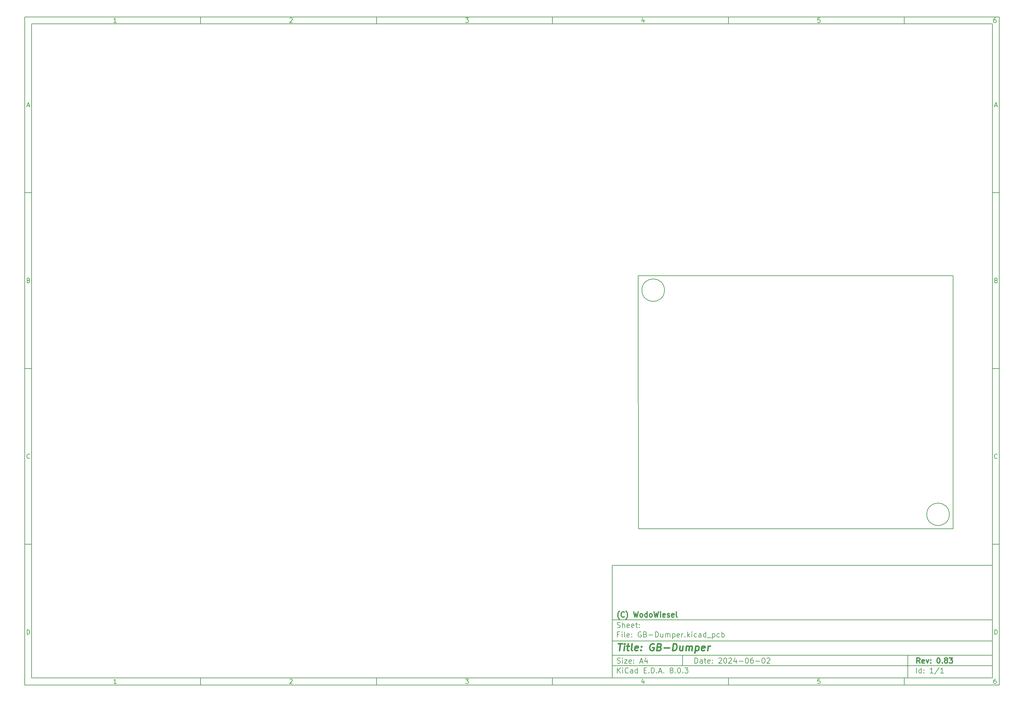
<source format=gbr>
%TF.GenerationSoftware,KiCad,Pcbnew,8.0.3*%
%TF.CreationDate,2024-06-28T19:00:12+02:00*%
%TF.ProjectId,GB-Dumper,47422d44-756d-4706-9572-2e6b69636164,0.83*%
%TF.SameCoordinates,PXafee930PY945b7e0*%
%TF.FileFunction,Other,Comment*%
%FSLAX46Y46*%
G04 Gerber Fmt 4.6, Leading zero omitted, Abs format (unit mm)*
G04 Created by KiCad (PCBNEW 8.0.3) date 2024-06-28 19:00:12*
%MOMM*%
%LPD*%
G01*
G04 APERTURE LIST*
%ADD10C,0.100000*%
%ADD11C,0.150000*%
%ADD12C,0.300000*%
%ADD13C,0.400000*%
%TA.AperFunction,Profile*%
%ADD14C,0.150000*%
%TD*%
G04 APERTURE END LIST*
D10*
D11*
X-7475800Y-10443200D02*
X100524200Y-10443200D01*
X100524200Y-42443200D01*
X-7475800Y-42443200D01*
X-7475800Y-10443200D01*
D10*
D11*
X-174478000Y145564000D02*
X102524200Y145564000D01*
X102524200Y-44443200D01*
X-174478000Y-44443200D01*
X-174478000Y145564000D01*
D10*
D11*
X-172478000Y143564000D02*
X100524200Y143564000D01*
X100524200Y-42443200D01*
X-172478000Y-42443200D01*
X-172478000Y143564000D01*
D10*
D11*
X-124478000Y143564000D02*
X-124478000Y145564000D01*
D10*
D11*
X-74478000Y143564000D02*
X-74478000Y145564000D01*
D10*
D11*
X-24478000Y143564000D02*
X-24478000Y145564000D01*
D10*
D11*
X25522000Y143564000D02*
X25522000Y145564000D01*
D10*
D11*
X75522000Y143564000D02*
X75522000Y145564000D01*
D10*
D11*
X-148388840Y143970396D02*
X-149131697Y143970396D01*
X-148760269Y143970396D02*
X-148760269Y145270396D01*
X-148760269Y145270396D02*
X-148884078Y145084681D01*
X-148884078Y145084681D02*
X-149007888Y144960872D01*
X-149007888Y144960872D02*
X-149131697Y144898967D01*
D10*
D11*
X-99131697Y145146586D02*
X-99069793Y145208491D01*
X-99069793Y145208491D02*
X-98945983Y145270396D01*
X-98945983Y145270396D02*
X-98636459Y145270396D01*
X-98636459Y145270396D02*
X-98512650Y145208491D01*
X-98512650Y145208491D02*
X-98450745Y145146586D01*
X-98450745Y145146586D02*
X-98388840Y145022777D01*
X-98388840Y145022777D02*
X-98388840Y144898967D01*
X-98388840Y144898967D02*
X-98450745Y144713253D01*
X-98450745Y144713253D02*
X-99193602Y143970396D01*
X-99193602Y143970396D02*
X-98388840Y143970396D01*
D10*
D11*
X-49193602Y145270396D02*
X-48388840Y145270396D01*
X-48388840Y145270396D02*
X-48822174Y144775158D01*
X-48822174Y144775158D02*
X-48636459Y144775158D01*
X-48636459Y144775158D02*
X-48512650Y144713253D01*
X-48512650Y144713253D02*
X-48450745Y144651348D01*
X-48450745Y144651348D02*
X-48388840Y144527539D01*
X-48388840Y144527539D02*
X-48388840Y144218015D01*
X-48388840Y144218015D02*
X-48450745Y144094205D01*
X-48450745Y144094205D02*
X-48512650Y144032300D01*
X-48512650Y144032300D02*
X-48636459Y143970396D01*
X-48636459Y143970396D02*
X-49007888Y143970396D01*
X-49007888Y143970396D02*
X-49131697Y144032300D01*
X-49131697Y144032300D02*
X-49193602Y144094205D01*
D10*
D11*
X1487350Y144837062D02*
X1487350Y143970396D01*
X1177826Y145332300D02*
X868303Y144403729D01*
X868303Y144403729D02*
X1673064Y144403729D01*
D10*
D11*
X51549255Y145270396D02*
X50930207Y145270396D01*
X50930207Y145270396D02*
X50868303Y144651348D01*
X50868303Y144651348D02*
X50930207Y144713253D01*
X50930207Y144713253D02*
X51054017Y144775158D01*
X51054017Y144775158D02*
X51363541Y144775158D01*
X51363541Y144775158D02*
X51487350Y144713253D01*
X51487350Y144713253D02*
X51549255Y144651348D01*
X51549255Y144651348D02*
X51611160Y144527539D01*
X51611160Y144527539D02*
X51611160Y144218015D01*
X51611160Y144218015D02*
X51549255Y144094205D01*
X51549255Y144094205D02*
X51487350Y144032300D01*
X51487350Y144032300D02*
X51363541Y143970396D01*
X51363541Y143970396D02*
X51054017Y143970396D01*
X51054017Y143970396D02*
X50930207Y144032300D01*
X50930207Y144032300D02*
X50868303Y144094205D01*
D10*
D11*
X101487350Y145270396D02*
X101239731Y145270396D01*
X101239731Y145270396D02*
X101115922Y145208491D01*
X101115922Y145208491D02*
X101054017Y145146586D01*
X101054017Y145146586D02*
X100930207Y144960872D01*
X100930207Y144960872D02*
X100868303Y144713253D01*
X100868303Y144713253D02*
X100868303Y144218015D01*
X100868303Y144218015D02*
X100930207Y144094205D01*
X100930207Y144094205D02*
X100992112Y144032300D01*
X100992112Y144032300D02*
X101115922Y143970396D01*
X101115922Y143970396D02*
X101363541Y143970396D01*
X101363541Y143970396D02*
X101487350Y144032300D01*
X101487350Y144032300D02*
X101549255Y144094205D01*
X101549255Y144094205D02*
X101611160Y144218015D01*
X101611160Y144218015D02*
X101611160Y144527539D01*
X101611160Y144527539D02*
X101549255Y144651348D01*
X101549255Y144651348D02*
X101487350Y144713253D01*
X101487350Y144713253D02*
X101363541Y144775158D01*
X101363541Y144775158D02*
X101115922Y144775158D01*
X101115922Y144775158D02*
X100992112Y144713253D01*
X100992112Y144713253D02*
X100930207Y144651348D01*
X100930207Y144651348D02*
X100868303Y144527539D01*
D10*
D11*
X-124478000Y-42443200D02*
X-124478000Y-44443200D01*
D10*
D11*
X-74478000Y-42443200D02*
X-74478000Y-44443200D01*
D10*
D11*
X-24478000Y-42443200D02*
X-24478000Y-44443200D01*
D10*
D11*
X25522000Y-42443200D02*
X25522000Y-44443200D01*
D10*
D11*
X75522000Y-42443200D02*
X75522000Y-44443200D01*
D10*
D11*
X-148388840Y-44036804D02*
X-149131697Y-44036804D01*
X-148760269Y-44036804D02*
X-148760269Y-42736804D01*
X-148760269Y-42736804D02*
X-148884078Y-42922519D01*
X-148884078Y-42922519D02*
X-149007888Y-43046328D01*
X-149007888Y-43046328D02*
X-149131697Y-43108233D01*
D10*
D11*
X-99131697Y-42860614D02*
X-99069793Y-42798709D01*
X-99069793Y-42798709D02*
X-98945983Y-42736804D01*
X-98945983Y-42736804D02*
X-98636459Y-42736804D01*
X-98636459Y-42736804D02*
X-98512650Y-42798709D01*
X-98512650Y-42798709D02*
X-98450745Y-42860614D01*
X-98450745Y-42860614D02*
X-98388840Y-42984423D01*
X-98388840Y-42984423D02*
X-98388840Y-43108233D01*
X-98388840Y-43108233D02*
X-98450745Y-43293947D01*
X-98450745Y-43293947D02*
X-99193602Y-44036804D01*
X-99193602Y-44036804D02*
X-98388840Y-44036804D01*
D10*
D11*
X-49193602Y-42736804D02*
X-48388840Y-42736804D01*
X-48388840Y-42736804D02*
X-48822174Y-43232042D01*
X-48822174Y-43232042D02*
X-48636459Y-43232042D01*
X-48636459Y-43232042D02*
X-48512650Y-43293947D01*
X-48512650Y-43293947D02*
X-48450745Y-43355852D01*
X-48450745Y-43355852D02*
X-48388840Y-43479661D01*
X-48388840Y-43479661D02*
X-48388840Y-43789185D01*
X-48388840Y-43789185D02*
X-48450745Y-43912995D01*
X-48450745Y-43912995D02*
X-48512650Y-43974900D01*
X-48512650Y-43974900D02*
X-48636459Y-44036804D01*
X-48636459Y-44036804D02*
X-49007888Y-44036804D01*
X-49007888Y-44036804D02*
X-49131697Y-43974900D01*
X-49131697Y-43974900D02*
X-49193602Y-43912995D01*
D10*
D11*
X1487350Y-43170138D02*
X1487350Y-44036804D01*
X1177826Y-42674900D02*
X868303Y-43603471D01*
X868303Y-43603471D02*
X1673064Y-43603471D01*
D10*
D11*
X51549255Y-42736804D02*
X50930207Y-42736804D01*
X50930207Y-42736804D02*
X50868303Y-43355852D01*
X50868303Y-43355852D02*
X50930207Y-43293947D01*
X50930207Y-43293947D02*
X51054017Y-43232042D01*
X51054017Y-43232042D02*
X51363541Y-43232042D01*
X51363541Y-43232042D02*
X51487350Y-43293947D01*
X51487350Y-43293947D02*
X51549255Y-43355852D01*
X51549255Y-43355852D02*
X51611160Y-43479661D01*
X51611160Y-43479661D02*
X51611160Y-43789185D01*
X51611160Y-43789185D02*
X51549255Y-43912995D01*
X51549255Y-43912995D02*
X51487350Y-43974900D01*
X51487350Y-43974900D02*
X51363541Y-44036804D01*
X51363541Y-44036804D02*
X51054017Y-44036804D01*
X51054017Y-44036804D02*
X50930207Y-43974900D01*
X50930207Y-43974900D02*
X50868303Y-43912995D01*
D10*
D11*
X101487350Y-42736804D02*
X101239731Y-42736804D01*
X101239731Y-42736804D02*
X101115922Y-42798709D01*
X101115922Y-42798709D02*
X101054017Y-42860614D01*
X101054017Y-42860614D02*
X100930207Y-43046328D01*
X100930207Y-43046328D02*
X100868303Y-43293947D01*
X100868303Y-43293947D02*
X100868303Y-43789185D01*
X100868303Y-43789185D02*
X100930207Y-43912995D01*
X100930207Y-43912995D02*
X100992112Y-43974900D01*
X100992112Y-43974900D02*
X101115922Y-44036804D01*
X101115922Y-44036804D02*
X101363541Y-44036804D01*
X101363541Y-44036804D02*
X101487350Y-43974900D01*
X101487350Y-43974900D02*
X101549255Y-43912995D01*
X101549255Y-43912995D02*
X101611160Y-43789185D01*
X101611160Y-43789185D02*
X101611160Y-43479661D01*
X101611160Y-43479661D02*
X101549255Y-43355852D01*
X101549255Y-43355852D02*
X101487350Y-43293947D01*
X101487350Y-43293947D02*
X101363541Y-43232042D01*
X101363541Y-43232042D02*
X101115922Y-43232042D01*
X101115922Y-43232042D02*
X100992112Y-43293947D01*
X100992112Y-43293947D02*
X100930207Y-43355852D01*
X100930207Y-43355852D02*
X100868303Y-43479661D01*
D10*
D11*
X-174478000Y95564000D02*
X-172478000Y95564000D01*
D10*
D11*
X-174478000Y45564000D02*
X-172478000Y45564000D01*
D10*
D11*
X-174478000Y-4436000D02*
X-172478000Y-4436000D01*
D10*
D11*
X-173787524Y120341824D02*
X-173168477Y120341824D01*
X-173911334Y119970396D02*
X-173478001Y121270396D01*
X-173478001Y121270396D02*
X-173044667Y119970396D01*
D10*
D11*
X-173385143Y70651348D02*
X-173199429Y70589443D01*
X-173199429Y70589443D02*
X-173137524Y70527539D01*
X-173137524Y70527539D02*
X-173075620Y70403729D01*
X-173075620Y70403729D02*
X-173075620Y70218015D01*
X-173075620Y70218015D02*
X-173137524Y70094205D01*
X-173137524Y70094205D02*
X-173199429Y70032300D01*
X-173199429Y70032300D02*
X-173323239Y69970396D01*
X-173323239Y69970396D02*
X-173818477Y69970396D01*
X-173818477Y69970396D02*
X-173818477Y71270396D01*
X-173818477Y71270396D02*
X-173385143Y71270396D01*
X-173385143Y71270396D02*
X-173261334Y71208491D01*
X-173261334Y71208491D02*
X-173199429Y71146586D01*
X-173199429Y71146586D02*
X-173137524Y71022777D01*
X-173137524Y71022777D02*
X-173137524Y70898967D01*
X-173137524Y70898967D02*
X-173199429Y70775158D01*
X-173199429Y70775158D02*
X-173261334Y70713253D01*
X-173261334Y70713253D02*
X-173385143Y70651348D01*
X-173385143Y70651348D02*
X-173818477Y70651348D01*
D10*
D11*
X-173075620Y20094205D02*
X-173137524Y20032300D01*
X-173137524Y20032300D02*
X-173323239Y19970396D01*
X-173323239Y19970396D02*
X-173447048Y19970396D01*
X-173447048Y19970396D02*
X-173632762Y20032300D01*
X-173632762Y20032300D02*
X-173756572Y20156110D01*
X-173756572Y20156110D02*
X-173818477Y20279920D01*
X-173818477Y20279920D02*
X-173880381Y20527539D01*
X-173880381Y20527539D02*
X-173880381Y20713253D01*
X-173880381Y20713253D02*
X-173818477Y20960872D01*
X-173818477Y20960872D02*
X-173756572Y21084681D01*
X-173756572Y21084681D02*
X-173632762Y21208491D01*
X-173632762Y21208491D02*
X-173447048Y21270396D01*
X-173447048Y21270396D02*
X-173323239Y21270396D01*
X-173323239Y21270396D02*
X-173137524Y21208491D01*
X-173137524Y21208491D02*
X-173075620Y21146586D01*
D10*
D11*
X-173818477Y-30029604D02*
X-173818477Y-28729604D01*
X-173818477Y-28729604D02*
X-173508953Y-28729604D01*
X-173508953Y-28729604D02*
X-173323239Y-28791509D01*
X-173323239Y-28791509D02*
X-173199429Y-28915319D01*
X-173199429Y-28915319D02*
X-173137524Y-29039128D01*
X-173137524Y-29039128D02*
X-173075620Y-29286747D01*
X-173075620Y-29286747D02*
X-173075620Y-29472461D01*
X-173075620Y-29472461D02*
X-173137524Y-29720080D01*
X-173137524Y-29720080D02*
X-173199429Y-29843890D01*
X-173199429Y-29843890D02*
X-173323239Y-29967700D01*
X-173323239Y-29967700D02*
X-173508953Y-30029604D01*
X-173508953Y-30029604D02*
X-173818477Y-30029604D01*
D10*
D11*
X102524200Y95564000D02*
X100524200Y95564000D01*
D10*
D11*
X102524200Y45564000D02*
X100524200Y45564000D01*
D10*
D11*
X102524200Y-4436000D02*
X100524200Y-4436000D01*
D10*
D11*
X101214676Y120341824D02*
X101833723Y120341824D01*
X101090866Y119970396D02*
X101524199Y121270396D01*
X101524199Y121270396D02*
X101957533Y119970396D01*
D10*
D11*
X101617057Y70651348D02*
X101802771Y70589443D01*
X101802771Y70589443D02*
X101864676Y70527539D01*
X101864676Y70527539D02*
X101926580Y70403729D01*
X101926580Y70403729D02*
X101926580Y70218015D01*
X101926580Y70218015D02*
X101864676Y70094205D01*
X101864676Y70094205D02*
X101802771Y70032300D01*
X101802771Y70032300D02*
X101678961Y69970396D01*
X101678961Y69970396D02*
X101183723Y69970396D01*
X101183723Y69970396D02*
X101183723Y71270396D01*
X101183723Y71270396D02*
X101617057Y71270396D01*
X101617057Y71270396D02*
X101740866Y71208491D01*
X101740866Y71208491D02*
X101802771Y71146586D01*
X101802771Y71146586D02*
X101864676Y71022777D01*
X101864676Y71022777D02*
X101864676Y70898967D01*
X101864676Y70898967D02*
X101802771Y70775158D01*
X101802771Y70775158D02*
X101740866Y70713253D01*
X101740866Y70713253D02*
X101617057Y70651348D01*
X101617057Y70651348D02*
X101183723Y70651348D01*
D10*
D11*
X101926580Y20094205D02*
X101864676Y20032300D01*
X101864676Y20032300D02*
X101678961Y19970396D01*
X101678961Y19970396D02*
X101555152Y19970396D01*
X101555152Y19970396D02*
X101369438Y20032300D01*
X101369438Y20032300D02*
X101245628Y20156110D01*
X101245628Y20156110D02*
X101183723Y20279920D01*
X101183723Y20279920D02*
X101121819Y20527539D01*
X101121819Y20527539D02*
X101121819Y20713253D01*
X101121819Y20713253D02*
X101183723Y20960872D01*
X101183723Y20960872D02*
X101245628Y21084681D01*
X101245628Y21084681D02*
X101369438Y21208491D01*
X101369438Y21208491D02*
X101555152Y21270396D01*
X101555152Y21270396D02*
X101678961Y21270396D01*
X101678961Y21270396D02*
X101864676Y21208491D01*
X101864676Y21208491D02*
X101926580Y21146586D01*
D10*
D11*
X101183723Y-30029604D02*
X101183723Y-28729604D01*
X101183723Y-28729604D02*
X101493247Y-28729604D01*
X101493247Y-28729604D02*
X101678961Y-28791509D01*
X101678961Y-28791509D02*
X101802771Y-28915319D01*
X101802771Y-28915319D02*
X101864676Y-29039128D01*
X101864676Y-29039128D02*
X101926580Y-29286747D01*
X101926580Y-29286747D02*
X101926580Y-29472461D01*
X101926580Y-29472461D02*
X101864676Y-29720080D01*
X101864676Y-29720080D02*
X101802771Y-29843890D01*
X101802771Y-29843890D02*
X101678961Y-29967700D01*
X101678961Y-29967700D02*
X101493247Y-30029604D01*
X101493247Y-30029604D02*
X101183723Y-30029604D01*
D10*
D11*
X15980026Y-38229328D02*
X15980026Y-36729328D01*
X15980026Y-36729328D02*
X16337169Y-36729328D01*
X16337169Y-36729328D02*
X16551455Y-36800757D01*
X16551455Y-36800757D02*
X16694312Y-36943614D01*
X16694312Y-36943614D02*
X16765741Y-37086471D01*
X16765741Y-37086471D02*
X16837169Y-37372185D01*
X16837169Y-37372185D02*
X16837169Y-37586471D01*
X16837169Y-37586471D02*
X16765741Y-37872185D01*
X16765741Y-37872185D02*
X16694312Y-38015042D01*
X16694312Y-38015042D02*
X16551455Y-38157900D01*
X16551455Y-38157900D02*
X16337169Y-38229328D01*
X16337169Y-38229328D02*
X15980026Y-38229328D01*
X18122884Y-38229328D02*
X18122884Y-37443614D01*
X18122884Y-37443614D02*
X18051455Y-37300757D01*
X18051455Y-37300757D02*
X17908598Y-37229328D01*
X17908598Y-37229328D02*
X17622884Y-37229328D01*
X17622884Y-37229328D02*
X17480026Y-37300757D01*
X18122884Y-38157900D02*
X17980026Y-38229328D01*
X17980026Y-38229328D02*
X17622884Y-38229328D01*
X17622884Y-38229328D02*
X17480026Y-38157900D01*
X17480026Y-38157900D02*
X17408598Y-38015042D01*
X17408598Y-38015042D02*
X17408598Y-37872185D01*
X17408598Y-37872185D02*
X17480026Y-37729328D01*
X17480026Y-37729328D02*
X17622884Y-37657900D01*
X17622884Y-37657900D02*
X17980026Y-37657900D01*
X17980026Y-37657900D02*
X18122884Y-37586471D01*
X18622884Y-37229328D02*
X19194312Y-37229328D01*
X18837169Y-36729328D02*
X18837169Y-38015042D01*
X18837169Y-38015042D02*
X18908598Y-38157900D01*
X18908598Y-38157900D02*
X19051455Y-38229328D01*
X19051455Y-38229328D02*
X19194312Y-38229328D01*
X20265741Y-38157900D02*
X20122884Y-38229328D01*
X20122884Y-38229328D02*
X19837170Y-38229328D01*
X19837170Y-38229328D02*
X19694312Y-38157900D01*
X19694312Y-38157900D02*
X19622884Y-38015042D01*
X19622884Y-38015042D02*
X19622884Y-37443614D01*
X19622884Y-37443614D02*
X19694312Y-37300757D01*
X19694312Y-37300757D02*
X19837170Y-37229328D01*
X19837170Y-37229328D02*
X20122884Y-37229328D01*
X20122884Y-37229328D02*
X20265741Y-37300757D01*
X20265741Y-37300757D02*
X20337170Y-37443614D01*
X20337170Y-37443614D02*
X20337170Y-37586471D01*
X20337170Y-37586471D02*
X19622884Y-37729328D01*
X20980026Y-38086471D02*
X21051455Y-38157900D01*
X21051455Y-38157900D02*
X20980026Y-38229328D01*
X20980026Y-38229328D02*
X20908598Y-38157900D01*
X20908598Y-38157900D02*
X20980026Y-38086471D01*
X20980026Y-38086471D02*
X20980026Y-38229328D01*
X20980026Y-37300757D02*
X21051455Y-37372185D01*
X21051455Y-37372185D02*
X20980026Y-37443614D01*
X20980026Y-37443614D02*
X20908598Y-37372185D01*
X20908598Y-37372185D02*
X20980026Y-37300757D01*
X20980026Y-37300757D02*
X20980026Y-37443614D01*
X22765741Y-36872185D02*
X22837169Y-36800757D01*
X22837169Y-36800757D02*
X22980027Y-36729328D01*
X22980027Y-36729328D02*
X23337169Y-36729328D01*
X23337169Y-36729328D02*
X23480027Y-36800757D01*
X23480027Y-36800757D02*
X23551455Y-36872185D01*
X23551455Y-36872185D02*
X23622884Y-37015042D01*
X23622884Y-37015042D02*
X23622884Y-37157900D01*
X23622884Y-37157900D02*
X23551455Y-37372185D01*
X23551455Y-37372185D02*
X22694312Y-38229328D01*
X22694312Y-38229328D02*
X23622884Y-38229328D01*
X24551455Y-36729328D02*
X24694312Y-36729328D01*
X24694312Y-36729328D02*
X24837169Y-36800757D01*
X24837169Y-36800757D02*
X24908598Y-36872185D01*
X24908598Y-36872185D02*
X24980026Y-37015042D01*
X24980026Y-37015042D02*
X25051455Y-37300757D01*
X25051455Y-37300757D02*
X25051455Y-37657900D01*
X25051455Y-37657900D02*
X24980026Y-37943614D01*
X24980026Y-37943614D02*
X24908598Y-38086471D01*
X24908598Y-38086471D02*
X24837169Y-38157900D01*
X24837169Y-38157900D02*
X24694312Y-38229328D01*
X24694312Y-38229328D02*
X24551455Y-38229328D01*
X24551455Y-38229328D02*
X24408598Y-38157900D01*
X24408598Y-38157900D02*
X24337169Y-38086471D01*
X24337169Y-38086471D02*
X24265740Y-37943614D01*
X24265740Y-37943614D02*
X24194312Y-37657900D01*
X24194312Y-37657900D02*
X24194312Y-37300757D01*
X24194312Y-37300757D02*
X24265740Y-37015042D01*
X24265740Y-37015042D02*
X24337169Y-36872185D01*
X24337169Y-36872185D02*
X24408598Y-36800757D01*
X24408598Y-36800757D02*
X24551455Y-36729328D01*
X25622883Y-36872185D02*
X25694311Y-36800757D01*
X25694311Y-36800757D02*
X25837169Y-36729328D01*
X25837169Y-36729328D02*
X26194311Y-36729328D01*
X26194311Y-36729328D02*
X26337169Y-36800757D01*
X26337169Y-36800757D02*
X26408597Y-36872185D01*
X26408597Y-36872185D02*
X26480026Y-37015042D01*
X26480026Y-37015042D02*
X26480026Y-37157900D01*
X26480026Y-37157900D02*
X26408597Y-37372185D01*
X26408597Y-37372185D02*
X25551454Y-38229328D01*
X25551454Y-38229328D02*
X26480026Y-38229328D01*
X27765740Y-37229328D02*
X27765740Y-38229328D01*
X27408597Y-36657900D02*
X27051454Y-37729328D01*
X27051454Y-37729328D02*
X27980025Y-37729328D01*
X28551453Y-37657900D02*
X29694311Y-37657900D01*
X30694311Y-36729328D02*
X30837168Y-36729328D01*
X30837168Y-36729328D02*
X30980025Y-36800757D01*
X30980025Y-36800757D02*
X31051454Y-36872185D01*
X31051454Y-36872185D02*
X31122882Y-37015042D01*
X31122882Y-37015042D02*
X31194311Y-37300757D01*
X31194311Y-37300757D02*
X31194311Y-37657900D01*
X31194311Y-37657900D02*
X31122882Y-37943614D01*
X31122882Y-37943614D02*
X31051454Y-38086471D01*
X31051454Y-38086471D02*
X30980025Y-38157900D01*
X30980025Y-38157900D02*
X30837168Y-38229328D01*
X30837168Y-38229328D02*
X30694311Y-38229328D01*
X30694311Y-38229328D02*
X30551454Y-38157900D01*
X30551454Y-38157900D02*
X30480025Y-38086471D01*
X30480025Y-38086471D02*
X30408596Y-37943614D01*
X30408596Y-37943614D02*
X30337168Y-37657900D01*
X30337168Y-37657900D02*
X30337168Y-37300757D01*
X30337168Y-37300757D02*
X30408596Y-37015042D01*
X30408596Y-37015042D02*
X30480025Y-36872185D01*
X30480025Y-36872185D02*
X30551454Y-36800757D01*
X30551454Y-36800757D02*
X30694311Y-36729328D01*
X32480025Y-36729328D02*
X32194310Y-36729328D01*
X32194310Y-36729328D02*
X32051453Y-36800757D01*
X32051453Y-36800757D02*
X31980025Y-36872185D01*
X31980025Y-36872185D02*
X31837167Y-37086471D01*
X31837167Y-37086471D02*
X31765739Y-37372185D01*
X31765739Y-37372185D02*
X31765739Y-37943614D01*
X31765739Y-37943614D02*
X31837167Y-38086471D01*
X31837167Y-38086471D02*
X31908596Y-38157900D01*
X31908596Y-38157900D02*
X32051453Y-38229328D01*
X32051453Y-38229328D02*
X32337167Y-38229328D01*
X32337167Y-38229328D02*
X32480025Y-38157900D01*
X32480025Y-38157900D02*
X32551453Y-38086471D01*
X32551453Y-38086471D02*
X32622882Y-37943614D01*
X32622882Y-37943614D02*
X32622882Y-37586471D01*
X32622882Y-37586471D02*
X32551453Y-37443614D01*
X32551453Y-37443614D02*
X32480025Y-37372185D01*
X32480025Y-37372185D02*
X32337167Y-37300757D01*
X32337167Y-37300757D02*
X32051453Y-37300757D01*
X32051453Y-37300757D02*
X31908596Y-37372185D01*
X31908596Y-37372185D02*
X31837167Y-37443614D01*
X31837167Y-37443614D02*
X31765739Y-37586471D01*
X33265738Y-37657900D02*
X34408596Y-37657900D01*
X35408596Y-36729328D02*
X35551453Y-36729328D01*
X35551453Y-36729328D02*
X35694310Y-36800757D01*
X35694310Y-36800757D02*
X35765739Y-36872185D01*
X35765739Y-36872185D02*
X35837167Y-37015042D01*
X35837167Y-37015042D02*
X35908596Y-37300757D01*
X35908596Y-37300757D02*
X35908596Y-37657900D01*
X35908596Y-37657900D02*
X35837167Y-37943614D01*
X35837167Y-37943614D02*
X35765739Y-38086471D01*
X35765739Y-38086471D02*
X35694310Y-38157900D01*
X35694310Y-38157900D02*
X35551453Y-38229328D01*
X35551453Y-38229328D02*
X35408596Y-38229328D01*
X35408596Y-38229328D02*
X35265739Y-38157900D01*
X35265739Y-38157900D02*
X35194310Y-38086471D01*
X35194310Y-38086471D02*
X35122881Y-37943614D01*
X35122881Y-37943614D02*
X35051453Y-37657900D01*
X35051453Y-37657900D02*
X35051453Y-37300757D01*
X35051453Y-37300757D02*
X35122881Y-37015042D01*
X35122881Y-37015042D02*
X35194310Y-36872185D01*
X35194310Y-36872185D02*
X35265739Y-36800757D01*
X35265739Y-36800757D02*
X35408596Y-36729328D01*
X36480024Y-36872185D02*
X36551452Y-36800757D01*
X36551452Y-36800757D02*
X36694310Y-36729328D01*
X36694310Y-36729328D02*
X37051452Y-36729328D01*
X37051452Y-36729328D02*
X37194310Y-36800757D01*
X37194310Y-36800757D02*
X37265738Y-36872185D01*
X37265738Y-36872185D02*
X37337167Y-37015042D01*
X37337167Y-37015042D02*
X37337167Y-37157900D01*
X37337167Y-37157900D02*
X37265738Y-37372185D01*
X37265738Y-37372185D02*
X36408595Y-38229328D01*
X36408595Y-38229328D02*
X37337167Y-38229328D01*
D10*
D11*
X-7475800Y-38943200D02*
X100524200Y-38943200D01*
D10*
D11*
X-6019974Y-41029328D02*
X-6019974Y-39529328D01*
X-5162831Y-41029328D02*
X-5805688Y-40172185D01*
X-5162831Y-39529328D02*
X-6019974Y-40386471D01*
X-4519974Y-41029328D02*
X-4519974Y-40029328D01*
X-4519974Y-39529328D02*
X-4591402Y-39600757D01*
X-4591402Y-39600757D02*
X-4519974Y-39672185D01*
X-4519974Y-39672185D02*
X-4448545Y-39600757D01*
X-4448545Y-39600757D02*
X-4519974Y-39529328D01*
X-4519974Y-39529328D02*
X-4519974Y-39672185D01*
X-2948545Y-40886471D02*
X-3019973Y-40957900D01*
X-3019973Y-40957900D02*
X-3234259Y-41029328D01*
X-3234259Y-41029328D02*
X-3377116Y-41029328D01*
X-3377116Y-41029328D02*
X-3591402Y-40957900D01*
X-3591402Y-40957900D02*
X-3734259Y-40815042D01*
X-3734259Y-40815042D02*
X-3805688Y-40672185D01*
X-3805688Y-40672185D02*
X-3877116Y-40386471D01*
X-3877116Y-40386471D02*
X-3877116Y-40172185D01*
X-3877116Y-40172185D02*
X-3805688Y-39886471D01*
X-3805688Y-39886471D02*
X-3734259Y-39743614D01*
X-3734259Y-39743614D02*
X-3591402Y-39600757D01*
X-3591402Y-39600757D02*
X-3377116Y-39529328D01*
X-3377116Y-39529328D02*
X-3234259Y-39529328D01*
X-3234259Y-39529328D02*
X-3019973Y-39600757D01*
X-3019973Y-39600757D02*
X-2948545Y-39672185D01*
X-1662830Y-41029328D02*
X-1662830Y-40243614D01*
X-1662830Y-40243614D02*
X-1734259Y-40100757D01*
X-1734259Y-40100757D02*
X-1877116Y-40029328D01*
X-1877116Y-40029328D02*
X-2162830Y-40029328D01*
X-2162830Y-40029328D02*
X-2305688Y-40100757D01*
X-1662830Y-40957900D02*
X-1805688Y-41029328D01*
X-1805688Y-41029328D02*
X-2162830Y-41029328D01*
X-2162830Y-41029328D02*
X-2305688Y-40957900D01*
X-2305688Y-40957900D02*
X-2377116Y-40815042D01*
X-2377116Y-40815042D02*
X-2377116Y-40672185D01*
X-2377116Y-40672185D02*
X-2305688Y-40529328D01*
X-2305688Y-40529328D02*
X-2162830Y-40457900D01*
X-2162830Y-40457900D02*
X-1805688Y-40457900D01*
X-1805688Y-40457900D02*
X-1662830Y-40386471D01*
X-305687Y-41029328D02*
X-305687Y-39529328D01*
X-305687Y-40957900D02*
X-448545Y-41029328D01*
X-448545Y-41029328D02*
X-734259Y-41029328D01*
X-734259Y-41029328D02*
X-877116Y-40957900D01*
X-877116Y-40957900D02*
X-948545Y-40886471D01*
X-948545Y-40886471D02*
X-1019973Y-40743614D01*
X-1019973Y-40743614D02*
X-1019973Y-40315042D01*
X-1019973Y-40315042D02*
X-948545Y-40172185D01*
X-948545Y-40172185D02*
X-877116Y-40100757D01*
X-877116Y-40100757D02*
X-734259Y-40029328D01*
X-734259Y-40029328D02*
X-448545Y-40029328D01*
X-448545Y-40029328D02*
X-305687Y-40100757D01*
X1551455Y-40243614D02*
X2051455Y-40243614D01*
X2265741Y-41029328D02*
X1551455Y-41029328D01*
X1551455Y-41029328D02*
X1551455Y-39529328D01*
X1551455Y-39529328D02*
X2265741Y-39529328D01*
X2908598Y-40886471D02*
X2980027Y-40957900D01*
X2980027Y-40957900D02*
X2908598Y-41029328D01*
X2908598Y-41029328D02*
X2837170Y-40957900D01*
X2837170Y-40957900D02*
X2908598Y-40886471D01*
X2908598Y-40886471D02*
X2908598Y-41029328D01*
X3622884Y-41029328D02*
X3622884Y-39529328D01*
X3622884Y-39529328D02*
X3980027Y-39529328D01*
X3980027Y-39529328D02*
X4194313Y-39600757D01*
X4194313Y-39600757D02*
X4337170Y-39743614D01*
X4337170Y-39743614D02*
X4408599Y-39886471D01*
X4408599Y-39886471D02*
X4480027Y-40172185D01*
X4480027Y-40172185D02*
X4480027Y-40386471D01*
X4480027Y-40386471D02*
X4408599Y-40672185D01*
X4408599Y-40672185D02*
X4337170Y-40815042D01*
X4337170Y-40815042D02*
X4194313Y-40957900D01*
X4194313Y-40957900D02*
X3980027Y-41029328D01*
X3980027Y-41029328D02*
X3622884Y-41029328D01*
X5122884Y-40886471D02*
X5194313Y-40957900D01*
X5194313Y-40957900D02*
X5122884Y-41029328D01*
X5122884Y-41029328D02*
X5051456Y-40957900D01*
X5051456Y-40957900D02*
X5122884Y-40886471D01*
X5122884Y-40886471D02*
X5122884Y-41029328D01*
X5765742Y-40600757D02*
X6480028Y-40600757D01*
X5622885Y-41029328D02*
X6122885Y-39529328D01*
X6122885Y-39529328D02*
X6622885Y-41029328D01*
X7122884Y-40886471D02*
X7194313Y-40957900D01*
X7194313Y-40957900D02*
X7122884Y-41029328D01*
X7122884Y-41029328D02*
X7051456Y-40957900D01*
X7051456Y-40957900D02*
X7122884Y-40886471D01*
X7122884Y-40886471D02*
X7122884Y-41029328D01*
X9194313Y-40172185D02*
X9051456Y-40100757D01*
X9051456Y-40100757D02*
X8980027Y-40029328D01*
X8980027Y-40029328D02*
X8908599Y-39886471D01*
X8908599Y-39886471D02*
X8908599Y-39815042D01*
X8908599Y-39815042D02*
X8980027Y-39672185D01*
X8980027Y-39672185D02*
X9051456Y-39600757D01*
X9051456Y-39600757D02*
X9194313Y-39529328D01*
X9194313Y-39529328D02*
X9480027Y-39529328D01*
X9480027Y-39529328D02*
X9622885Y-39600757D01*
X9622885Y-39600757D02*
X9694313Y-39672185D01*
X9694313Y-39672185D02*
X9765742Y-39815042D01*
X9765742Y-39815042D02*
X9765742Y-39886471D01*
X9765742Y-39886471D02*
X9694313Y-40029328D01*
X9694313Y-40029328D02*
X9622885Y-40100757D01*
X9622885Y-40100757D02*
X9480027Y-40172185D01*
X9480027Y-40172185D02*
X9194313Y-40172185D01*
X9194313Y-40172185D02*
X9051456Y-40243614D01*
X9051456Y-40243614D02*
X8980027Y-40315042D01*
X8980027Y-40315042D02*
X8908599Y-40457900D01*
X8908599Y-40457900D02*
X8908599Y-40743614D01*
X8908599Y-40743614D02*
X8980027Y-40886471D01*
X8980027Y-40886471D02*
X9051456Y-40957900D01*
X9051456Y-40957900D02*
X9194313Y-41029328D01*
X9194313Y-41029328D02*
X9480027Y-41029328D01*
X9480027Y-41029328D02*
X9622885Y-40957900D01*
X9622885Y-40957900D02*
X9694313Y-40886471D01*
X9694313Y-40886471D02*
X9765742Y-40743614D01*
X9765742Y-40743614D02*
X9765742Y-40457900D01*
X9765742Y-40457900D02*
X9694313Y-40315042D01*
X9694313Y-40315042D02*
X9622885Y-40243614D01*
X9622885Y-40243614D02*
X9480027Y-40172185D01*
X10408598Y-40886471D02*
X10480027Y-40957900D01*
X10480027Y-40957900D02*
X10408598Y-41029328D01*
X10408598Y-41029328D02*
X10337170Y-40957900D01*
X10337170Y-40957900D02*
X10408598Y-40886471D01*
X10408598Y-40886471D02*
X10408598Y-41029328D01*
X11408599Y-39529328D02*
X11551456Y-39529328D01*
X11551456Y-39529328D02*
X11694313Y-39600757D01*
X11694313Y-39600757D02*
X11765742Y-39672185D01*
X11765742Y-39672185D02*
X11837170Y-39815042D01*
X11837170Y-39815042D02*
X11908599Y-40100757D01*
X11908599Y-40100757D02*
X11908599Y-40457900D01*
X11908599Y-40457900D02*
X11837170Y-40743614D01*
X11837170Y-40743614D02*
X11765742Y-40886471D01*
X11765742Y-40886471D02*
X11694313Y-40957900D01*
X11694313Y-40957900D02*
X11551456Y-41029328D01*
X11551456Y-41029328D02*
X11408599Y-41029328D01*
X11408599Y-41029328D02*
X11265742Y-40957900D01*
X11265742Y-40957900D02*
X11194313Y-40886471D01*
X11194313Y-40886471D02*
X11122884Y-40743614D01*
X11122884Y-40743614D02*
X11051456Y-40457900D01*
X11051456Y-40457900D02*
X11051456Y-40100757D01*
X11051456Y-40100757D02*
X11122884Y-39815042D01*
X11122884Y-39815042D02*
X11194313Y-39672185D01*
X11194313Y-39672185D02*
X11265742Y-39600757D01*
X11265742Y-39600757D02*
X11408599Y-39529328D01*
X12551455Y-40886471D02*
X12622884Y-40957900D01*
X12622884Y-40957900D02*
X12551455Y-41029328D01*
X12551455Y-41029328D02*
X12480027Y-40957900D01*
X12480027Y-40957900D02*
X12551455Y-40886471D01*
X12551455Y-40886471D02*
X12551455Y-41029328D01*
X13122884Y-39529328D02*
X14051456Y-39529328D01*
X14051456Y-39529328D02*
X13551456Y-40100757D01*
X13551456Y-40100757D02*
X13765741Y-40100757D01*
X13765741Y-40100757D02*
X13908599Y-40172185D01*
X13908599Y-40172185D02*
X13980027Y-40243614D01*
X13980027Y-40243614D02*
X14051456Y-40386471D01*
X14051456Y-40386471D02*
X14051456Y-40743614D01*
X14051456Y-40743614D02*
X13980027Y-40886471D01*
X13980027Y-40886471D02*
X13908599Y-40957900D01*
X13908599Y-40957900D02*
X13765741Y-41029328D01*
X13765741Y-41029328D02*
X13337170Y-41029328D01*
X13337170Y-41029328D02*
X13194313Y-40957900D01*
X13194313Y-40957900D02*
X13122884Y-40886471D01*
D10*
D11*
X-7475800Y-35943200D02*
X100524200Y-35943200D01*
D10*
D12*
X79935853Y-38221528D02*
X79435853Y-37507242D01*
X79078710Y-38221528D02*
X79078710Y-36721528D01*
X79078710Y-36721528D02*
X79650139Y-36721528D01*
X79650139Y-36721528D02*
X79792996Y-36792957D01*
X79792996Y-36792957D02*
X79864425Y-36864385D01*
X79864425Y-36864385D02*
X79935853Y-37007242D01*
X79935853Y-37007242D02*
X79935853Y-37221528D01*
X79935853Y-37221528D02*
X79864425Y-37364385D01*
X79864425Y-37364385D02*
X79792996Y-37435814D01*
X79792996Y-37435814D02*
X79650139Y-37507242D01*
X79650139Y-37507242D02*
X79078710Y-37507242D01*
X81150139Y-38150100D02*
X81007282Y-38221528D01*
X81007282Y-38221528D02*
X80721568Y-38221528D01*
X80721568Y-38221528D02*
X80578710Y-38150100D01*
X80578710Y-38150100D02*
X80507282Y-38007242D01*
X80507282Y-38007242D02*
X80507282Y-37435814D01*
X80507282Y-37435814D02*
X80578710Y-37292957D01*
X80578710Y-37292957D02*
X80721568Y-37221528D01*
X80721568Y-37221528D02*
X81007282Y-37221528D01*
X81007282Y-37221528D02*
X81150139Y-37292957D01*
X81150139Y-37292957D02*
X81221568Y-37435814D01*
X81221568Y-37435814D02*
X81221568Y-37578671D01*
X81221568Y-37578671D02*
X80507282Y-37721528D01*
X81721567Y-37221528D02*
X82078710Y-38221528D01*
X82078710Y-38221528D02*
X82435853Y-37221528D01*
X83007281Y-38078671D02*
X83078710Y-38150100D01*
X83078710Y-38150100D02*
X83007281Y-38221528D01*
X83007281Y-38221528D02*
X82935853Y-38150100D01*
X82935853Y-38150100D02*
X83007281Y-38078671D01*
X83007281Y-38078671D02*
X83007281Y-38221528D01*
X83007281Y-37292957D02*
X83078710Y-37364385D01*
X83078710Y-37364385D02*
X83007281Y-37435814D01*
X83007281Y-37435814D02*
X82935853Y-37364385D01*
X82935853Y-37364385D02*
X83007281Y-37292957D01*
X83007281Y-37292957D02*
X83007281Y-37435814D01*
X85150139Y-36721528D02*
X85292996Y-36721528D01*
X85292996Y-36721528D02*
X85435853Y-36792957D01*
X85435853Y-36792957D02*
X85507282Y-36864385D01*
X85507282Y-36864385D02*
X85578710Y-37007242D01*
X85578710Y-37007242D02*
X85650139Y-37292957D01*
X85650139Y-37292957D02*
X85650139Y-37650100D01*
X85650139Y-37650100D02*
X85578710Y-37935814D01*
X85578710Y-37935814D02*
X85507282Y-38078671D01*
X85507282Y-38078671D02*
X85435853Y-38150100D01*
X85435853Y-38150100D02*
X85292996Y-38221528D01*
X85292996Y-38221528D02*
X85150139Y-38221528D01*
X85150139Y-38221528D02*
X85007282Y-38150100D01*
X85007282Y-38150100D02*
X84935853Y-38078671D01*
X84935853Y-38078671D02*
X84864424Y-37935814D01*
X84864424Y-37935814D02*
X84792996Y-37650100D01*
X84792996Y-37650100D02*
X84792996Y-37292957D01*
X84792996Y-37292957D02*
X84864424Y-37007242D01*
X84864424Y-37007242D02*
X84935853Y-36864385D01*
X84935853Y-36864385D02*
X85007282Y-36792957D01*
X85007282Y-36792957D02*
X85150139Y-36721528D01*
X86292995Y-38078671D02*
X86364424Y-38150100D01*
X86364424Y-38150100D02*
X86292995Y-38221528D01*
X86292995Y-38221528D02*
X86221567Y-38150100D01*
X86221567Y-38150100D02*
X86292995Y-38078671D01*
X86292995Y-38078671D02*
X86292995Y-38221528D01*
X87221567Y-37364385D02*
X87078710Y-37292957D01*
X87078710Y-37292957D02*
X87007281Y-37221528D01*
X87007281Y-37221528D02*
X86935853Y-37078671D01*
X86935853Y-37078671D02*
X86935853Y-37007242D01*
X86935853Y-37007242D02*
X87007281Y-36864385D01*
X87007281Y-36864385D02*
X87078710Y-36792957D01*
X87078710Y-36792957D02*
X87221567Y-36721528D01*
X87221567Y-36721528D02*
X87507281Y-36721528D01*
X87507281Y-36721528D02*
X87650139Y-36792957D01*
X87650139Y-36792957D02*
X87721567Y-36864385D01*
X87721567Y-36864385D02*
X87792996Y-37007242D01*
X87792996Y-37007242D02*
X87792996Y-37078671D01*
X87792996Y-37078671D02*
X87721567Y-37221528D01*
X87721567Y-37221528D02*
X87650139Y-37292957D01*
X87650139Y-37292957D02*
X87507281Y-37364385D01*
X87507281Y-37364385D02*
X87221567Y-37364385D01*
X87221567Y-37364385D02*
X87078710Y-37435814D01*
X87078710Y-37435814D02*
X87007281Y-37507242D01*
X87007281Y-37507242D02*
X86935853Y-37650100D01*
X86935853Y-37650100D02*
X86935853Y-37935814D01*
X86935853Y-37935814D02*
X87007281Y-38078671D01*
X87007281Y-38078671D02*
X87078710Y-38150100D01*
X87078710Y-38150100D02*
X87221567Y-38221528D01*
X87221567Y-38221528D02*
X87507281Y-38221528D01*
X87507281Y-38221528D02*
X87650139Y-38150100D01*
X87650139Y-38150100D02*
X87721567Y-38078671D01*
X87721567Y-38078671D02*
X87792996Y-37935814D01*
X87792996Y-37935814D02*
X87792996Y-37650100D01*
X87792996Y-37650100D02*
X87721567Y-37507242D01*
X87721567Y-37507242D02*
X87650139Y-37435814D01*
X87650139Y-37435814D02*
X87507281Y-37364385D01*
X88292995Y-36721528D02*
X89221567Y-36721528D01*
X89221567Y-36721528D02*
X88721567Y-37292957D01*
X88721567Y-37292957D02*
X88935852Y-37292957D01*
X88935852Y-37292957D02*
X89078710Y-37364385D01*
X89078710Y-37364385D02*
X89150138Y-37435814D01*
X89150138Y-37435814D02*
X89221567Y-37578671D01*
X89221567Y-37578671D02*
X89221567Y-37935814D01*
X89221567Y-37935814D02*
X89150138Y-38078671D01*
X89150138Y-38078671D02*
X89078710Y-38150100D01*
X89078710Y-38150100D02*
X88935852Y-38221528D01*
X88935852Y-38221528D02*
X88507281Y-38221528D01*
X88507281Y-38221528D02*
X88364424Y-38150100D01*
X88364424Y-38150100D02*
X88292995Y-38078671D01*
D10*
D11*
X-6091402Y-38157900D02*
X-5877116Y-38229328D01*
X-5877116Y-38229328D02*
X-5519974Y-38229328D01*
X-5519974Y-38229328D02*
X-5377116Y-38157900D01*
X-5377116Y-38157900D02*
X-5305688Y-38086471D01*
X-5305688Y-38086471D02*
X-5234259Y-37943614D01*
X-5234259Y-37943614D02*
X-5234259Y-37800757D01*
X-5234259Y-37800757D02*
X-5305688Y-37657900D01*
X-5305688Y-37657900D02*
X-5377116Y-37586471D01*
X-5377116Y-37586471D02*
X-5519974Y-37515042D01*
X-5519974Y-37515042D02*
X-5805688Y-37443614D01*
X-5805688Y-37443614D02*
X-5948545Y-37372185D01*
X-5948545Y-37372185D02*
X-6019974Y-37300757D01*
X-6019974Y-37300757D02*
X-6091402Y-37157900D01*
X-6091402Y-37157900D02*
X-6091402Y-37015042D01*
X-6091402Y-37015042D02*
X-6019974Y-36872185D01*
X-6019974Y-36872185D02*
X-5948545Y-36800757D01*
X-5948545Y-36800757D02*
X-5805688Y-36729328D01*
X-5805688Y-36729328D02*
X-5448545Y-36729328D01*
X-5448545Y-36729328D02*
X-5234259Y-36800757D01*
X-4591403Y-38229328D02*
X-4591403Y-37229328D01*
X-4591403Y-36729328D02*
X-4662831Y-36800757D01*
X-4662831Y-36800757D02*
X-4591403Y-36872185D01*
X-4591403Y-36872185D02*
X-4519974Y-36800757D01*
X-4519974Y-36800757D02*
X-4591403Y-36729328D01*
X-4591403Y-36729328D02*
X-4591403Y-36872185D01*
X-4019974Y-37229328D02*
X-3234259Y-37229328D01*
X-3234259Y-37229328D02*
X-4019974Y-38229328D01*
X-4019974Y-38229328D02*
X-3234259Y-38229328D01*
X-2091402Y-38157900D02*
X-2234259Y-38229328D01*
X-2234259Y-38229328D02*
X-2519973Y-38229328D01*
X-2519973Y-38229328D02*
X-2662831Y-38157900D01*
X-2662831Y-38157900D02*
X-2734259Y-38015042D01*
X-2734259Y-38015042D02*
X-2734259Y-37443614D01*
X-2734259Y-37443614D02*
X-2662831Y-37300757D01*
X-2662831Y-37300757D02*
X-2519973Y-37229328D01*
X-2519973Y-37229328D02*
X-2234259Y-37229328D01*
X-2234259Y-37229328D02*
X-2091402Y-37300757D01*
X-2091402Y-37300757D02*
X-2019973Y-37443614D01*
X-2019973Y-37443614D02*
X-2019973Y-37586471D01*
X-2019973Y-37586471D02*
X-2734259Y-37729328D01*
X-1377117Y-38086471D02*
X-1305688Y-38157900D01*
X-1305688Y-38157900D02*
X-1377117Y-38229328D01*
X-1377117Y-38229328D02*
X-1448545Y-38157900D01*
X-1448545Y-38157900D02*
X-1377117Y-38086471D01*
X-1377117Y-38086471D02*
X-1377117Y-38229328D01*
X-1377117Y-37300757D02*
X-1305688Y-37372185D01*
X-1305688Y-37372185D02*
X-1377117Y-37443614D01*
X-1377117Y-37443614D02*
X-1448545Y-37372185D01*
X-1448545Y-37372185D02*
X-1377117Y-37300757D01*
X-1377117Y-37300757D02*
X-1377117Y-37443614D01*
X408598Y-37800757D02*
X1122884Y-37800757D01*
X265741Y-38229328D02*
X765741Y-36729328D01*
X765741Y-36729328D02*
X1265741Y-38229328D01*
X2408598Y-37229328D02*
X2408598Y-38229328D01*
X2051455Y-36657900D02*
X1694312Y-37729328D01*
X1694312Y-37729328D02*
X2622883Y-37729328D01*
D10*
D11*
X78980026Y-41029328D02*
X78980026Y-39529328D01*
X80337170Y-41029328D02*
X80337170Y-39529328D01*
X80337170Y-40957900D02*
X80194312Y-41029328D01*
X80194312Y-41029328D02*
X79908598Y-41029328D01*
X79908598Y-41029328D02*
X79765741Y-40957900D01*
X79765741Y-40957900D02*
X79694312Y-40886471D01*
X79694312Y-40886471D02*
X79622884Y-40743614D01*
X79622884Y-40743614D02*
X79622884Y-40315042D01*
X79622884Y-40315042D02*
X79694312Y-40172185D01*
X79694312Y-40172185D02*
X79765741Y-40100757D01*
X79765741Y-40100757D02*
X79908598Y-40029328D01*
X79908598Y-40029328D02*
X80194312Y-40029328D01*
X80194312Y-40029328D02*
X80337170Y-40100757D01*
X81051455Y-40886471D02*
X81122884Y-40957900D01*
X81122884Y-40957900D02*
X81051455Y-41029328D01*
X81051455Y-41029328D02*
X80980027Y-40957900D01*
X80980027Y-40957900D02*
X81051455Y-40886471D01*
X81051455Y-40886471D02*
X81051455Y-41029328D01*
X81051455Y-40100757D02*
X81122884Y-40172185D01*
X81122884Y-40172185D02*
X81051455Y-40243614D01*
X81051455Y-40243614D02*
X80980027Y-40172185D01*
X80980027Y-40172185D02*
X81051455Y-40100757D01*
X81051455Y-40100757D02*
X81051455Y-40243614D01*
X83694313Y-41029328D02*
X82837170Y-41029328D01*
X83265741Y-41029328D02*
X83265741Y-39529328D01*
X83265741Y-39529328D02*
X83122884Y-39743614D01*
X83122884Y-39743614D02*
X82980027Y-39886471D01*
X82980027Y-39886471D02*
X82837170Y-39957900D01*
X85408598Y-39457900D02*
X84122884Y-41386471D01*
X86694313Y-41029328D02*
X85837170Y-41029328D01*
X86265741Y-41029328D02*
X86265741Y-39529328D01*
X86265741Y-39529328D02*
X86122884Y-39743614D01*
X86122884Y-39743614D02*
X85980027Y-39886471D01*
X85980027Y-39886471D02*
X85837170Y-39957900D01*
D10*
D11*
X-7475800Y-31943200D02*
X100524200Y-31943200D01*
D10*
D13*
X-5784072Y-32647638D02*
X-4641215Y-32647638D01*
X-5462643Y-34647638D02*
X-5212643Y-32647638D01*
X-4224548Y-34647638D02*
X-4057881Y-33314304D01*
X-3974548Y-32647638D02*
X-4081691Y-32742876D01*
X-4081691Y-32742876D02*
X-3998357Y-32838114D01*
X-3998357Y-32838114D02*
X-3891214Y-32742876D01*
X-3891214Y-32742876D02*
X-3974548Y-32647638D01*
X-3974548Y-32647638D02*
X-3998357Y-32838114D01*
X-3391214Y-33314304D02*
X-2629310Y-33314304D01*
X-3022167Y-32647638D02*
X-3236452Y-34361923D01*
X-3236452Y-34361923D02*
X-3165024Y-34552400D01*
X-3165024Y-34552400D02*
X-2986452Y-34647638D01*
X-2986452Y-34647638D02*
X-2795976Y-34647638D01*
X-1843595Y-34647638D02*
X-2022167Y-34552400D01*
X-2022167Y-34552400D02*
X-2093595Y-34361923D01*
X-2093595Y-34361923D02*
X-1879310Y-32647638D01*
X-307881Y-34552400D02*
X-510262Y-34647638D01*
X-510262Y-34647638D02*
X-891215Y-34647638D01*
X-891215Y-34647638D02*
X-1069786Y-34552400D01*
X-1069786Y-34552400D02*
X-1141215Y-34361923D01*
X-1141215Y-34361923D02*
X-1045976Y-33600019D01*
X-1045976Y-33600019D02*
X-926929Y-33409542D01*
X-926929Y-33409542D02*
X-724548Y-33314304D01*
X-724548Y-33314304D02*
X-343596Y-33314304D01*
X-343596Y-33314304D02*
X-165024Y-33409542D01*
X-165024Y-33409542D02*
X-93596Y-33600019D01*
X-93596Y-33600019D02*
X-117405Y-33790495D01*
X-117405Y-33790495D02*
X-1093596Y-33980971D01*
X656405Y-34457161D02*
X739738Y-34552400D01*
X739738Y-34552400D02*
X632595Y-34647638D01*
X632595Y-34647638D02*
X549262Y-34552400D01*
X549262Y-34552400D02*
X656405Y-34457161D01*
X656405Y-34457161D02*
X632595Y-34647638D01*
X787357Y-33409542D02*
X870690Y-33504780D01*
X870690Y-33504780D02*
X763548Y-33600019D01*
X763548Y-33600019D02*
X680214Y-33504780D01*
X680214Y-33504780D02*
X787357Y-33409542D01*
X787357Y-33409542D02*
X763548Y-33600019D01*
X4394501Y-32742876D02*
X4215929Y-32647638D01*
X4215929Y-32647638D02*
X3930215Y-32647638D01*
X3930215Y-32647638D02*
X3632596Y-32742876D01*
X3632596Y-32742876D02*
X3418310Y-32933352D01*
X3418310Y-32933352D02*
X3299262Y-33123828D01*
X3299262Y-33123828D02*
X3156405Y-33504780D01*
X3156405Y-33504780D02*
X3120691Y-33790495D01*
X3120691Y-33790495D02*
X3168310Y-34171447D01*
X3168310Y-34171447D02*
X3239739Y-34361923D01*
X3239739Y-34361923D02*
X3406405Y-34552400D01*
X3406405Y-34552400D02*
X3680215Y-34647638D01*
X3680215Y-34647638D02*
X3870691Y-34647638D01*
X3870691Y-34647638D02*
X4168310Y-34552400D01*
X4168310Y-34552400D02*
X4275453Y-34457161D01*
X4275453Y-34457161D02*
X4358786Y-33790495D01*
X4358786Y-33790495D02*
X3977834Y-33790495D01*
X5906405Y-33600019D02*
X6180215Y-33695257D01*
X6180215Y-33695257D02*
X6263548Y-33790495D01*
X6263548Y-33790495D02*
X6334977Y-33980971D01*
X6334977Y-33980971D02*
X6299262Y-34266685D01*
X6299262Y-34266685D02*
X6180215Y-34457161D01*
X6180215Y-34457161D02*
X6073072Y-34552400D01*
X6073072Y-34552400D02*
X5870691Y-34647638D01*
X5870691Y-34647638D02*
X5108786Y-34647638D01*
X5108786Y-34647638D02*
X5358786Y-32647638D01*
X5358786Y-32647638D02*
X6025453Y-32647638D01*
X6025453Y-32647638D02*
X6204024Y-32742876D01*
X6204024Y-32742876D02*
X6287358Y-32838114D01*
X6287358Y-32838114D02*
X6358786Y-33028590D01*
X6358786Y-33028590D02*
X6334977Y-33219066D01*
X6334977Y-33219066D02*
X6215929Y-33409542D01*
X6215929Y-33409542D02*
X6108786Y-33504780D01*
X6108786Y-33504780D02*
X5906405Y-33600019D01*
X5906405Y-33600019D02*
X5239739Y-33600019D01*
X7204024Y-33885733D02*
X8727834Y-33885733D01*
X9584976Y-34647638D02*
X9834976Y-32647638D01*
X9834976Y-32647638D02*
X10311167Y-32647638D01*
X10311167Y-32647638D02*
X10584976Y-32742876D01*
X10584976Y-32742876D02*
X10751643Y-32933352D01*
X10751643Y-32933352D02*
X10823071Y-33123828D01*
X10823071Y-33123828D02*
X10870691Y-33504780D01*
X10870691Y-33504780D02*
X10834976Y-33790495D01*
X10834976Y-33790495D02*
X10692119Y-34171447D01*
X10692119Y-34171447D02*
X10573071Y-34361923D01*
X10573071Y-34361923D02*
X10358786Y-34552400D01*
X10358786Y-34552400D02*
X10061167Y-34647638D01*
X10061167Y-34647638D02*
X9584976Y-34647638D01*
X12608786Y-33314304D02*
X12442119Y-34647638D01*
X11751643Y-33314304D02*
X11620691Y-34361923D01*
X11620691Y-34361923D02*
X11692119Y-34552400D01*
X11692119Y-34552400D02*
X11870691Y-34647638D01*
X11870691Y-34647638D02*
X12156405Y-34647638D01*
X12156405Y-34647638D02*
X12358786Y-34552400D01*
X12358786Y-34552400D02*
X12465929Y-34457161D01*
X13394500Y-34647638D02*
X13561167Y-33314304D01*
X13537357Y-33504780D02*
X13644500Y-33409542D01*
X13644500Y-33409542D02*
X13846881Y-33314304D01*
X13846881Y-33314304D02*
X14132595Y-33314304D01*
X14132595Y-33314304D02*
X14311167Y-33409542D01*
X14311167Y-33409542D02*
X14382595Y-33600019D01*
X14382595Y-33600019D02*
X14251643Y-34647638D01*
X14382595Y-33600019D02*
X14501643Y-33409542D01*
X14501643Y-33409542D02*
X14704024Y-33314304D01*
X14704024Y-33314304D02*
X14989738Y-33314304D01*
X14989738Y-33314304D02*
X15168310Y-33409542D01*
X15168310Y-33409542D02*
X15239738Y-33600019D01*
X15239738Y-33600019D02*
X15108786Y-34647638D01*
X16227834Y-33314304D02*
X15977834Y-35314304D01*
X16215929Y-33409542D02*
X16418310Y-33314304D01*
X16418310Y-33314304D02*
X16799262Y-33314304D01*
X16799262Y-33314304D02*
X16977834Y-33409542D01*
X16977834Y-33409542D02*
X17061167Y-33504780D01*
X17061167Y-33504780D02*
X17132596Y-33695257D01*
X17132596Y-33695257D02*
X17061167Y-34266685D01*
X17061167Y-34266685D02*
X16942120Y-34457161D01*
X16942120Y-34457161D02*
X16834977Y-34552400D01*
X16834977Y-34552400D02*
X16632596Y-34647638D01*
X16632596Y-34647638D02*
X16251643Y-34647638D01*
X16251643Y-34647638D02*
X16073072Y-34552400D01*
X18644501Y-34552400D02*
X18442120Y-34647638D01*
X18442120Y-34647638D02*
X18061167Y-34647638D01*
X18061167Y-34647638D02*
X17882596Y-34552400D01*
X17882596Y-34552400D02*
X17811167Y-34361923D01*
X17811167Y-34361923D02*
X17906406Y-33600019D01*
X17906406Y-33600019D02*
X18025453Y-33409542D01*
X18025453Y-33409542D02*
X18227834Y-33314304D01*
X18227834Y-33314304D02*
X18608786Y-33314304D01*
X18608786Y-33314304D02*
X18787358Y-33409542D01*
X18787358Y-33409542D02*
X18858786Y-33600019D01*
X18858786Y-33600019D02*
X18834977Y-33790495D01*
X18834977Y-33790495D02*
X17858786Y-33980971D01*
X19584977Y-34647638D02*
X19751644Y-33314304D01*
X19704025Y-33695257D02*
X19823072Y-33504780D01*
X19823072Y-33504780D02*
X19930215Y-33409542D01*
X19930215Y-33409542D02*
X20132596Y-33314304D01*
X20132596Y-33314304D02*
X20323072Y-33314304D01*
D10*
D11*
X-5519974Y-30043614D02*
X-6019974Y-30043614D01*
X-6019974Y-30829328D02*
X-6019974Y-29329328D01*
X-6019974Y-29329328D02*
X-5305688Y-29329328D01*
X-4734260Y-30829328D02*
X-4734260Y-29829328D01*
X-4734260Y-29329328D02*
X-4805688Y-29400757D01*
X-4805688Y-29400757D02*
X-4734260Y-29472185D01*
X-4734260Y-29472185D02*
X-4662831Y-29400757D01*
X-4662831Y-29400757D02*
X-4734260Y-29329328D01*
X-4734260Y-29329328D02*
X-4734260Y-29472185D01*
X-3805688Y-30829328D02*
X-3948545Y-30757900D01*
X-3948545Y-30757900D02*
X-4019974Y-30615042D01*
X-4019974Y-30615042D02*
X-4019974Y-29329328D01*
X-2662831Y-30757900D02*
X-2805688Y-30829328D01*
X-2805688Y-30829328D02*
X-3091402Y-30829328D01*
X-3091402Y-30829328D02*
X-3234260Y-30757900D01*
X-3234260Y-30757900D02*
X-3305688Y-30615042D01*
X-3305688Y-30615042D02*
X-3305688Y-30043614D01*
X-3305688Y-30043614D02*
X-3234260Y-29900757D01*
X-3234260Y-29900757D02*
X-3091402Y-29829328D01*
X-3091402Y-29829328D02*
X-2805688Y-29829328D01*
X-2805688Y-29829328D02*
X-2662831Y-29900757D01*
X-2662831Y-29900757D02*
X-2591402Y-30043614D01*
X-2591402Y-30043614D02*
X-2591402Y-30186471D01*
X-2591402Y-30186471D02*
X-3305688Y-30329328D01*
X-1948546Y-30686471D02*
X-1877117Y-30757900D01*
X-1877117Y-30757900D02*
X-1948546Y-30829328D01*
X-1948546Y-30829328D02*
X-2019974Y-30757900D01*
X-2019974Y-30757900D02*
X-1948546Y-30686471D01*
X-1948546Y-30686471D02*
X-1948546Y-30829328D01*
X-1948546Y-29900757D02*
X-1877117Y-29972185D01*
X-1877117Y-29972185D02*
X-1948546Y-30043614D01*
X-1948546Y-30043614D02*
X-2019974Y-29972185D01*
X-2019974Y-29972185D02*
X-1948546Y-29900757D01*
X-1948546Y-29900757D02*
X-1948546Y-30043614D01*
X694312Y-29400757D02*
X551455Y-29329328D01*
X551455Y-29329328D02*
X337169Y-29329328D01*
X337169Y-29329328D02*
X122883Y-29400757D01*
X122883Y-29400757D02*
X-19974Y-29543614D01*
X-19974Y-29543614D02*
X-91403Y-29686471D01*
X-91403Y-29686471D02*
X-162831Y-29972185D01*
X-162831Y-29972185D02*
X-162831Y-30186471D01*
X-162831Y-30186471D02*
X-91403Y-30472185D01*
X-91403Y-30472185D02*
X-19974Y-30615042D01*
X-19974Y-30615042D02*
X122883Y-30757900D01*
X122883Y-30757900D02*
X337169Y-30829328D01*
X337169Y-30829328D02*
X480026Y-30829328D01*
X480026Y-30829328D02*
X694312Y-30757900D01*
X694312Y-30757900D02*
X765740Y-30686471D01*
X765740Y-30686471D02*
X765740Y-30186471D01*
X765740Y-30186471D02*
X480026Y-30186471D01*
X1908597Y-30043614D02*
X2122883Y-30115042D01*
X2122883Y-30115042D02*
X2194312Y-30186471D01*
X2194312Y-30186471D02*
X2265740Y-30329328D01*
X2265740Y-30329328D02*
X2265740Y-30543614D01*
X2265740Y-30543614D02*
X2194312Y-30686471D01*
X2194312Y-30686471D02*
X2122883Y-30757900D01*
X2122883Y-30757900D02*
X1980026Y-30829328D01*
X1980026Y-30829328D02*
X1408597Y-30829328D01*
X1408597Y-30829328D02*
X1408597Y-29329328D01*
X1408597Y-29329328D02*
X1908597Y-29329328D01*
X1908597Y-29329328D02*
X2051455Y-29400757D01*
X2051455Y-29400757D02*
X2122883Y-29472185D01*
X2122883Y-29472185D02*
X2194312Y-29615042D01*
X2194312Y-29615042D02*
X2194312Y-29757900D01*
X2194312Y-29757900D02*
X2122883Y-29900757D01*
X2122883Y-29900757D02*
X2051455Y-29972185D01*
X2051455Y-29972185D02*
X1908597Y-30043614D01*
X1908597Y-30043614D02*
X1408597Y-30043614D01*
X2908597Y-30257900D02*
X4051455Y-30257900D01*
X4765740Y-30829328D02*
X4765740Y-29329328D01*
X4765740Y-29329328D02*
X5122883Y-29329328D01*
X5122883Y-29329328D02*
X5337169Y-29400757D01*
X5337169Y-29400757D02*
X5480026Y-29543614D01*
X5480026Y-29543614D02*
X5551455Y-29686471D01*
X5551455Y-29686471D02*
X5622883Y-29972185D01*
X5622883Y-29972185D02*
X5622883Y-30186471D01*
X5622883Y-30186471D02*
X5551455Y-30472185D01*
X5551455Y-30472185D02*
X5480026Y-30615042D01*
X5480026Y-30615042D02*
X5337169Y-30757900D01*
X5337169Y-30757900D02*
X5122883Y-30829328D01*
X5122883Y-30829328D02*
X4765740Y-30829328D01*
X6908598Y-29829328D02*
X6908598Y-30829328D01*
X6265740Y-29829328D02*
X6265740Y-30615042D01*
X6265740Y-30615042D02*
X6337169Y-30757900D01*
X6337169Y-30757900D02*
X6480026Y-30829328D01*
X6480026Y-30829328D02*
X6694312Y-30829328D01*
X6694312Y-30829328D02*
X6837169Y-30757900D01*
X6837169Y-30757900D02*
X6908598Y-30686471D01*
X7622883Y-30829328D02*
X7622883Y-29829328D01*
X7622883Y-29972185D02*
X7694312Y-29900757D01*
X7694312Y-29900757D02*
X7837169Y-29829328D01*
X7837169Y-29829328D02*
X8051455Y-29829328D01*
X8051455Y-29829328D02*
X8194312Y-29900757D01*
X8194312Y-29900757D02*
X8265741Y-30043614D01*
X8265741Y-30043614D02*
X8265741Y-30829328D01*
X8265741Y-30043614D02*
X8337169Y-29900757D01*
X8337169Y-29900757D02*
X8480026Y-29829328D01*
X8480026Y-29829328D02*
X8694312Y-29829328D01*
X8694312Y-29829328D02*
X8837169Y-29900757D01*
X8837169Y-29900757D02*
X8908598Y-30043614D01*
X8908598Y-30043614D02*
X8908598Y-30829328D01*
X9622883Y-29829328D02*
X9622883Y-31329328D01*
X9622883Y-29900757D02*
X9765741Y-29829328D01*
X9765741Y-29829328D02*
X10051455Y-29829328D01*
X10051455Y-29829328D02*
X10194312Y-29900757D01*
X10194312Y-29900757D02*
X10265741Y-29972185D01*
X10265741Y-29972185D02*
X10337169Y-30115042D01*
X10337169Y-30115042D02*
X10337169Y-30543614D01*
X10337169Y-30543614D02*
X10265741Y-30686471D01*
X10265741Y-30686471D02*
X10194312Y-30757900D01*
X10194312Y-30757900D02*
X10051455Y-30829328D01*
X10051455Y-30829328D02*
X9765741Y-30829328D01*
X9765741Y-30829328D02*
X9622883Y-30757900D01*
X11551455Y-30757900D02*
X11408598Y-30829328D01*
X11408598Y-30829328D02*
X11122884Y-30829328D01*
X11122884Y-30829328D02*
X10980026Y-30757900D01*
X10980026Y-30757900D02*
X10908598Y-30615042D01*
X10908598Y-30615042D02*
X10908598Y-30043614D01*
X10908598Y-30043614D02*
X10980026Y-29900757D01*
X10980026Y-29900757D02*
X11122884Y-29829328D01*
X11122884Y-29829328D02*
X11408598Y-29829328D01*
X11408598Y-29829328D02*
X11551455Y-29900757D01*
X11551455Y-29900757D02*
X11622884Y-30043614D01*
X11622884Y-30043614D02*
X11622884Y-30186471D01*
X11622884Y-30186471D02*
X10908598Y-30329328D01*
X12265740Y-30829328D02*
X12265740Y-29829328D01*
X12265740Y-30115042D02*
X12337169Y-29972185D01*
X12337169Y-29972185D02*
X12408598Y-29900757D01*
X12408598Y-29900757D02*
X12551455Y-29829328D01*
X12551455Y-29829328D02*
X12694312Y-29829328D01*
X13194311Y-30686471D02*
X13265740Y-30757900D01*
X13265740Y-30757900D02*
X13194311Y-30829328D01*
X13194311Y-30829328D02*
X13122883Y-30757900D01*
X13122883Y-30757900D02*
X13194311Y-30686471D01*
X13194311Y-30686471D02*
X13194311Y-30829328D01*
X13908597Y-30829328D02*
X13908597Y-29329328D01*
X14051455Y-30257900D02*
X14480026Y-30829328D01*
X14480026Y-29829328D02*
X13908597Y-30400757D01*
X15122883Y-30829328D02*
X15122883Y-29829328D01*
X15122883Y-29329328D02*
X15051455Y-29400757D01*
X15051455Y-29400757D02*
X15122883Y-29472185D01*
X15122883Y-29472185D02*
X15194312Y-29400757D01*
X15194312Y-29400757D02*
X15122883Y-29329328D01*
X15122883Y-29329328D02*
X15122883Y-29472185D01*
X16480027Y-30757900D02*
X16337169Y-30829328D01*
X16337169Y-30829328D02*
X16051455Y-30829328D01*
X16051455Y-30829328D02*
X15908598Y-30757900D01*
X15908598Y-30757900D02*
X15837169Y-30686471D01*
X15837169Y-30686471D02*
X15765741Y-30543614D01*
X15765741Y-30543614D02*
X15765741Y-30115042D01*
X15765741Y-30115042D02*
X15837169Y-29972185D01*
X15837169Y-29972185D02*
X15908598Y-29900757D01*
X15908598Y-29900757D02*
X16051455Y-29829328D01*
X16051455Y-29829328D02*
X16337169Y-29829328D01*
X16337169Y-29829328D02*
X16480027Y-29900757D01*
X17765741Y-30829328D02*
X17765741Y-30043614D01*
X17765741Y-30043614D02*
X17694312Y-29900757D01*
X17694312Y-29900757D02*
X17551455Y-29829328D01*
X17551455Y-29829328D02*
X17265741Y-29829328D01*
X17265741Y-29829328D02*
X17122883Y-29900757D01*
X17765741Y-30757900D02*
X17622883Y-30829328D01*
X17622883Y-30829328D02*
X17265741Y-30829328D01*
X17265741Y-30829328D02*
X17122883Y-30757900D01*
X17122883Y-30757900D02*
X17051455Y-30615042D01*
X17051455Y-30615042D02*
X17051455Y-30472185D01*
X17051455Y-30472185D02*
X17122883Y-30329328D01*
X17122883Y-30329328D02*
X17265741Y-30257900D01*
X17265741Y-30257900D02*
X17622883Y-30257900D01*
X17622883Y-30257900D02*
X17765741Y-30186471D01*
X19122884Y-30829328D02*
X19122884Y-29329328D01*
X19122884Y-30757900D02*
X18980026Y-30829328D01*
X18980026Y-30829328D02*
X18694312Y-30829328D01*
X18694312Y-30829328D02*
X18551455Y-30757900D01*
X18551455Y-30757900D02*
X18480026Y-30686471D01*
X18480026Y-30686471D02*
X18408598Y-30543614D01*
X18408598Y-30543614D02*
X18408598Y-30115042D01*
X18408598Y-30115042D02*
X18480026Y-29972185D01*
X18480026Y-29972185D02*
X18551455Y-29900757D01*
X18551455Y-29900757D02*
X18694312Y-29829328D01*
X18694312Y-29829328D02*
X18980026Y-29829328D01*
X18980026Y-29829328D02*
X19122884Y-29900757D01*
X19480027Y-30972185D02*
X20622884Y-30972185D01*
X20980026Y-29829328D02*
X20980026Y-31329328D01*
X20980026Y-29900757D02*
X21122884Y-29829328D01*
X21122884Y-29829328D02*
X21408598Y-29829328D01*
X21408598Y-29829328D02*
X21551455Y-29900757D01*
X21551455Y-29900757D02*
X21622884Y-29972185D01*
X21622884Y-29972185D02*
X21694312Y-30115042D01*
X21694312Y-30115042D02*
X21694312Y-30543614D01*
X21694312Y-30543614D02*
X21622884Y-30686471D01*
X21622884Y-30686471D02*
X21551455Y-30757900D01*
X21551455Y-30757900D02*
X21408598Y-30829328D01*
X21408598Y-30829328D02*
X21122884Y-30829328D01*
X21122884Y-30829328D02*
X20980026Y-30757900D01*
X22980027Y-30757900D02*
X22837169Y-30829328D01*
X22837169Y-30829328D02*
X22551455Y-30829328D01*
X22551455Y-30829328D02*
X22408598Y-30757900D01*
X22408598Y-30757900D02*
X22337169Y-30686471D01*
X22337169Y-30686471D02*
X22265741Y-30543614D01*
X22265741Y-30543614D02*
X22265741Y-30115042D01*
X22265741Y-30115042D02*
X22337169Y-29972185D01*
X22337169Y-29972185D02*
X22408598Y-29900757D01*
X22408598Y-29900757D02*
X22551455Y-29829328D01*
X22551455Y-29829328D02*
X22837169Y-29829328D01*
X22837169Y-29829328D02*
X22980027Y-29900757D01*
X23622883Y-30829328D02*
X23622883Y-29329328D01*
X23622883Y-29900757D02*
X23765741Y-29829328D01*
X23765741Y-29829328D02*
X24051455Y-29829328D01*
X24051455Y-29829328D02*
X24194312Y-29900757D01*
X24194312Y-29900757D02*
X24265741Y-29972185D01*
X24265741Y-29972185D02*
X24337169Y-30115042D01*
X24337169Y-30115042D02*
X24337169Y-30543614D01*
X24337169Y-30543614D02*
X24265741Y-30686471D01*
X24265741Y-30686471D02*
X24194312Y-30757900D01*
X24194312Y-30757900D02*
X24051455Y-30829328D01*
X24051455Y-30829328D02*
X23765741Y-30829328D01*
X23765741Y-30829328D02*
X23622883Y-30757900D01*
D10*
D11*
X-7475800Y-25943200D02*
X100524200Y-25943200D01*
D10*
D11*
X-6091402Y-28057900D02*
X-5877116Y-28129328D01*
X-5877116Y-28129328D02*
X-5519974Y-28129328D01*
X-5519974Y-28129328D02*
X-5377116Y-28057900D01*
X-5377116Y-28057900D02*
X-5305688Y-27986471D01*
X-5305688Y-27986471D02*
X-5234259Y-27843614D01*
X-5234259Y-27843614D02*
X-5234259Y-27700757D01*
X-5234259Y-27700757D02*
X-5305688Y-27557900D01*
X-5305688Y-27557900D02*
X-5377116Y-27486471D01*
X-5377116Y-27486471D02*
X-5519974Y-27415042D01*
X-5519974Y-27415042D02*
X-5805688Y-27343614D01*
X-5805688Y-27343614D02*
X-5948545Y-27272185D01*
X-5948545Y-27272185D02*
X-6019974Y-27200757D01*
X-6019974Y-27200757D02*
X-6091402Y-27057900D01*
X-6091402Y-27057900D02*
X-6091402Y-26915042D01*
X-6091402Y-26915042D02*
X-6019974Y-26772185D01*
X-6019974Y-26772185D02*
X-5948545Y-26700757D01*
X-5948545Y-26700757D02*
X-5805688Y-26629328D01*
X-5805688Y-26629328D02*
X-5448545Y-26629328D01*
X-5448545Y-26629328D02*
X-5234259Y-26700757D01*
X-4591403Y-28129328D02*
X-4591403Y-26629328D01*
X-3948545Y-28129328D02*
X-3948545Y-27343614D01*
X-3948545Y-27343614D02*
X-4019974Y-27200757D01*
X-4019974Y-27200757D02*
X-4162831Y-27129328D01*
X-4162831Y-27129328D02*
X-4377117Y-27129328D01*
X-4377117Y-27129328D02*
X-4519974Y-27200757D01*
X-4519974Y-27200757D02*
X-4591403Y-27272185D01*
X-2662831Y-28057900D02*
X-2805688Y-28129328D01*
X-2805688Y-28129328D02*
X-3091402Y-28129328D01*
X-3091402Y-28129328D02*
X-3234260Y-28057900D01*
X-3234260Y-28057900D02*
X-3305688Y-27915042D01*
X-3305688Y-27915042D02*
X-3305688Y-27343614D01*
X-3305688Y-27343614D02*
X-3234260Y-27200757D01*
X-3234260Y-27200757D02*
X-3091402Y-27129328D01*
X-3091402Y-27129328D02*
X-2805688Y-27129328D01*
X-2805688Y-27129328D02*
X-2662831Y-27200757D01*
X-2662831Y-27200757D02*
X-2591402Y-27343614D01*
X-2591402Y-27343614D02*
X-2591402Y-27486471D01*
X-2591402Y-27486471D02*
X-3305688Y-27629328D01*
X-1377117Y-28057900D02*
X-1519974Y-28129328D01*
X-1519974Y-28129328D02*
X-1805688Y-28129328D01*
X-1805688Y-28129328D02*
X-1948546Y-28057900D01*
X-1948546Y-28057900D02*
X-2019974Y-27915042D01*
X-2019974Y-27915042D02*
X-2019974Y-27343614D01*
X-2019974Y-27343614D02*
X-1948546Y-27200757D01*
X-1948546Y-27200757D02*
X-1805688Y-27129328D01*
X-1805688Y-27129328D02*
X-1519974Y-27129328D01*
X-1519974Y-27129328D02*
X-1377117Y-27200757D01*
X-1377117Y-27200757D02*
X-1305688Y-27343614D01*
X-1305688Y-27343614D02*
X-1305688Y-27486471D01*
X-1305688Y-27486471D02*
X-2019974Y-27629328D01*
X-877117Y-27129328D02*
X-305689Y-27129328D01*
X-662832Y-26629328D02*
X-662832Y-27915042D01*
X-662832Y-27915042D02*
X-591403Y-28057900D01*
X-591403Y-28057900D02*
X-448546Y-28129328D01*
X-448546Y-28129328D02*
X-305689Y-28129328D01*
X194311Y-27986471D02*
X265740Y-28057900D01*
X265740Y-28057900D02*
X194311Y-28129328D01*
X194311Y-28129328D02*
X122883Y-28057900D01*
X122883Y-28057900D02*
X194311Y-27986471D01*
X194311Y-27986471D02*
X194311Y-28129328D01*
X194311Y-27200757D02*
X265740Y-27272185D01*
X265740Y-27272185D02*
X194311Y-27343614D01*
X194311Y-27343614D02*
X122883Y-27272185D01*
X122883Y-27272185D02*
X194311Y-27200757D01*
X194311Y-27200757D02*
X194311Y-27343614D01*
D10*
D12*
X-5492718Y-25692957D02*
X-5564147Y-25621528D01*
X-5564147Y-25621528D02*
X-5707004Y-25407242D01*
X-5707004Y-25407242D02*
X-5778432Y-25264385D01*
X-5778432Y-25264385D02*
X-5849861Y-25050100D01*
X-5849861Y-25050100D02*
X-5921290Y-24692957D01*
X-5921290Y-24692957D02*
X-5921290Y-24407242D01*
X-5921290Y-24407242D02*
X-5849861Y-24050100D01*
X-5849861Y-24050100D02*
X-5778432Y-23835814D01*
X-5778432Y-23835814D02*
X-5707004Y-23692957D01*
X-5707004Y-23692957D02*
X-5564147Y-23478671D01*
X-5564147Y-23478671D02*
X-5492718Y-23407242D01*
X-4064147Y-24978671D02*
X-4135575Y-25050100D01*
X-4135575Y-25050100D02*
X-4349861Y-25121528D01*
X-4349861Y-25121528D02*
X-4492718Y-25121528D01*
X-4492718Y-25121528D02*
X-4707004Y-25050100D01*
X-4707004Y-25050100D02*
X-4849861Y-24907242D01*
X-4849861Y-24907242D02*
X-4921290Y-24764385D01*
X-4921290Y-24764385D02*
X-4992718Y-24478671D01*
X-4992718Y-24478671D02*
X-4992718Y-24264385D01*
X-4992718Y-24264385D02*
X-4921290Y-23978671D01*
X-4921290Y-23978671D02*
X-4849861Y-23835814D01*
X-4849861Y-23835814D02*
X-4707004Y-23692957D01*
X-4707004Y-23692957D02*
X-4492718Y-23621528D01*
X-4492718Y-23621528D02*
X-4349861Y-23621528D01*
X-4349861Y-23621528D02*
X-4135575Y-23692957D01*
X-4135575Y-23692957D02*
X-4064147Y-23764385D01*
X-3564147Y-25692957D02*
X-3492718Y-25621528D01*
X-3492718Y-25621528D02*
X-3349861Y-25407242D01*
X-3349861Y-25407242D02*
X-3278432Y-25264385D01*
X-3278432Y-25264385D02*
X-3207004Y-25050100D01*
X-3207004Y-25050100D02*
X-3135575Y-24692957D01*
X-3135575Y-24692957D02*
X-3135575Y-24407242D01*
X-3135575Y-24407242D02*
X-3207004Y-24050100D01*
X-3207004Y-24050100D02*
X-3278432Y-23835814D01*
X-3278432Y-23835814D02*
X-3349861Y-23692957D01*
X-3349861Y-23692957D02*
X-3492718Y-23478671D01*
X-3492718Y-23478671D02*
X-3564147Y-23407242D01*
X-1421290Y-23621528D02*
X-1064147Y-25121528D01*
X-1064147Y-25121528D02*
X-778433Y-24050100D01*
X-778433Y-24050100D02*
X-492718Y-25121528D01*
X-492718Y-25121528D02*
X-135575Y-23621528D01*
X650139Y-25121528D02*
X507282Y-25050100D01*
X507282Y-25050100D02*
X435853Y-24978671D01*
X435853Y-24978671D02*
X364425Y-24835814D01*
X364425Y-24835814D02*
X364425Y-24407242D01*
X364425Y-24407242D02*
X435853Y-24264385D01*
X435853Y-24264385D02*
X507282Y-24192957D01*
X507282Y-24192957D02*
X650139Y-24121528D01*
X650139Y-24121528D02*
X864425Y-24121528D01*
X864425Y-24121528D02*
X1007282Y-24192957D01*
X1007282Y-24192957D02*
X1078711Y-24264385D01*
X1078711Y-24264385D02*
X1150139Y-24407242D01*
X1150139Y-24407242D02*
X1150139Y-24835814D01*
X1150139Y-24835814D02*
X1078711Y-24978671D01*
X1078711Y-24978671D02*
X1007282Y-25050100D01*
X1007282Y-25050100D02*
X864425Y-25121528D01*
X864425Y-25121528D02*
X650139Y-25121528D01*
X2435854Y-25121528D02*
X2435854Y-23621528D01*
X2435854Y-25050100D02*
X2292996Y-25121528D01*
X2292996Y-25121528D02*
X2007282Y-25121528D01*
X2007282Y-25121528D02*
X1864425Y-25050100D01*
X1864425Y-25050100D02*
X1792996Y-24978671D01*
X1792996Y-24978671D02*
X1721568Y-24835814D01*
X1721568Y-24835814D02*
X1721568Y-24407242D01*
X1721568Y-24407242D02*
X1792996Y-24264385D01*
X1792996Y-24264385D02*
X1864425Y-24192957D01*
X1864425Y-24192957D02*
X2007282Y-24121528D01*
X2007282Y-24121528D02*
X2292996Y-24121528D01*
X2292996Y-24121528D02*
X2435854Y-24192957D01*
X3364425Y-25121528D02*
X3221568Y-25050100D01*
X3221568Y-25050100D02*
X3150139Y-24978671D01*
X3150139Y-24978671D02*
X3078711Y-24835814D01*
X3078711Y-24835814D02*
X3078711Y-24407242D01*
X3078711Y-24407242D02*
X3150139Y-24264385D01*
X3150139Y-24264385D02*
X3221568Y-24192957D01*
X3221568Y-24192957D02*
X3364425Y-24121528D01*
X3364425Y-24121528D02*
X3578711Y-24121528D01*
X3578711Y-24121528D02*
X3721568Y-24192957D01*
X3721568Y-24192957D02*
X3792997Y-24264385D01*
X3792997Y-24264385D02*
X3864425Y-24407242D01*
X3864425Y-24407242D02*
X3864425Y-24835814D01*
X3864425Y-24835814D02*
X3792997Y-24978671D01*
X3792997Y-24978671D02*
X3721568Y-25050100D01*
X3721568Y-25050100D02*
X3578711Y-25121528D01*
X3578711Y-25121528D02*
X3364425Y-25121528D01*
X4364425Y-23621528D02*
X4721568Y-25121528D01*
X4721568Y-25121528D02*
X5007282Y-24050100D01*
X5007282Y-24050100D02*
X5292997Y-25121528D01*
X5292997Y-25121528D02*
X5650140Y-23621528D01*
X6221568Y-25121528D02*
X6221568Y-24121528D01*
X6221568Y-23621528D02*
X6150140Y-23692957D01*
X6150140Y-23692957D02*
X6221568Y-23764385D01*
X6221568Y-23764385D02*
X6292997Y-23692957D01*
X6292997Y-23692957D02*
X6221568Y-23621528D01*
X6221568Y-23621528D02*
X6221568Y-23764385D01*
X7507283Y-25050100D02*
X7364426Y-25121528D01*
X7364426Y-25121528D02*
X7078712Y-25121528D01*
X7078712Y-25121528D02*
X6935854Y-25050100D01*
X6935854Y-25050100D02*
X6864426Y-24907242D01*
X6864426Y-24907242D02*
X6864426Y-24335814D01*
X6864426Y-24335814D02*
X6935854Y-24192957D01*
X6935854Y-24192957D02*
X7078712Y-24121528D01*
X7078712Y-24121528D02*
X7364426Y-24121528D01*
X7364426Y-24121528D02*
X7507283Y-24192957D01*
X7507283Y-24192957D02*
X7578712Y-24335814D01*
X7578712Y-24335814D02*
X7578712Y-24478671D01*
X7578712Y-24478671D02*
X6864426Y-24621528D01*
X8150140Y-25050100D02*
X8292997Y-25121528D01*
X8292997Y-25121528D02*
X8578711Y-25121528D01*
X8578711Y-25121528D02*
X8721568Y-25050100D01*
X8721568Y-25050100D02*
X8792997Y-24907242D01*
X8792997Y-24907242D02*
X8792997Y-24835814D01*
X8792997Y-24835814D02*
X8721568Y-24692957D01*
X8721568Y-24692957D02*
X8578711Y-24621528D01*
X8578711Y-24621528D02*
X8364426Y-24621528D01*
X8364426Y-24621528D02*
X8221568Y-24550100D01*
X8221568Y-24550100D02*
X8150140Y-24407242D01*
X8150140Y-24407242D02*
X8150140Y-24335814D01*
X8150140Y-24335814D02*
X8221568Y-24192957D01*
X8221568Y-24192957D02*
X8364426Y-24121528D01*
X8364426Y-24121528D02*
X8578711Y-24121528D01*
X8578711Y-24121528D02*
X8721568Y-24192957D01*
X10007283Y-25050100D02*
X9864426Y-25121528D01*
X9864426Y-25121528D02*
X9578712Y-25121528D01*
X9578712Y-25121528D02*
X9435854Y-25050100D01*
X9435854Y-25050100D02*
X9364426Y-24907242D01*
X9364426Y-24907242D02*
X9364426Y-24335814D01*
X9364426Y-24335814D02*
X9435854Y-24192957D01*
X9435854Y-24192957D02*
X9578712Y-24121528D01*
X9578712Y-24121528D02*
X9864426Y-24121528D01*
X9864426Y-24121528D02*
X10007283Y-24192957D01*
X10007283Y-24192957D02*
X10078712Y-24335814D01*
X10078712Y-24335814D02*
X10078712Y-24478671D01*
X10078712Y-24478671D02*
X9364426Y-24621528D01*
X10935854Y-25121528D02*
X10792997Y-25050100D01*
X10792997Y-25050100D02*
X10721568Y-24907242D01*
X10721568Y-24907242D02*
X10721568Y-23621528D01*
D10*
D11*
X12524200Y-35943200D02*
X12524200Y-38943200D01*
D10*
D11*
X76524200Y-35943200D02*
X76524200Y-42443200D01*
%TO.C,REF999\u002A\u002A*%
X7342000Y67844000D02*
G75*
G02*
X942000Y67844000I-3200000J0D01*
G01*
X942000Y67844000D02*
G75*
G02*
X7342000Y67844000I3200000J0D01*
G01*
%TO.C,REF888\u002A\u002A*%
X88292000Y4104000D02*
G75*
G02*
X81892000Y4104000I-3200000J0D01*
G01*
X81892000Y4104000D02*
G75*
G02*
X88292000Y4104000I3200000J0D01*
G01*
%TD*%
D14*
X89356000Y72000000D02*
X89356000Y24000D01*
X-100000Y72000000D02*
X89356000Y72000000D01*
X0Y0D02*
X-100000Y72000000D01*
X89356000Y24000D02*
X0Y0D01*
M02*

</source>
